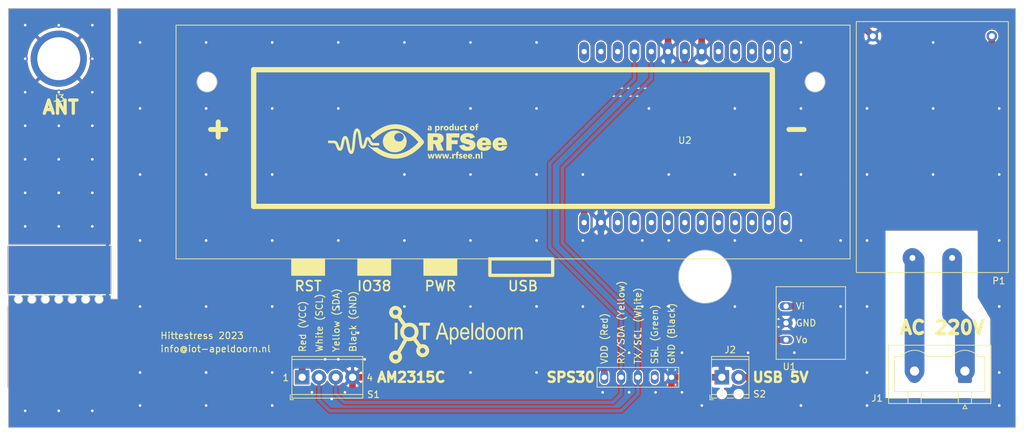
<source format=kicad_pcb>
(kicad_pcb (version 20221018) (generator pcbnew)
  (layers (0 "F.Cu" signal) (31 "B.Cu" signal) (34 "B.Paste" user) (35 "F.Paste" user) (36 "B.SilkS" user "B.Silkscreen") (37 "F.SilkS" user "F.Silkscreen") (38 "B.Mask" user) (39 "F.Mask" user) (44 "Edge.Cuts" user))
  (net 0 "")
  (net 1 "Net-(J1-Pin_1)")
  (net 2 "Net-(J1-Pin_2)")
  (net 3 "/5V_I")
  (net 4 "/GND")
  (net 5 "/3V3")
  (net 6 "/SCL")
  (net 7 "/SDA")
  (net 8 "/5V_SPS")
  (net 10 "/5V_U")
  (footprint "my-KiCad-library:LOGO_LogoRFSee_28x5-6mm" (layer "F.Cu") (at 140.66 55.72)
    (fp_text reference "G***" hide)
    (fp_text value "LOGO_LogoRFSee_28x5-6mm" hide)
  )
  (footprint "my-KiCad-library:SPS30" (layer "F.Cu") (at 173.99 91.44)
    (fp_text reference "S2" (at 18.415 2.54) (layer "F.SilkS"))
    (fp_text value "SPS30")
    (fp_text user "GND (Black)" (at 5.08 -1.905 90 unlocked) (layer "F.SilkS") (effects (justify left)))
    (fp_text user "SEL (Green)" (at 2.54 -1.905 90 unlocked) (layer "F.SilkS") (effects (justify left)))
    (fp_text user "VDD (Red)" (at -5.08 -1.905 90 unlocked) (layer "F.SilkS") (effects (justify left)))
    (fp_text user "RX/SDA (Yellow)" (at -2.54 -1.905 90 unlocked) (layer "F.SilkS") (effects (justify left)))
    (fp_text user "TX/SCL (White)" (at 0 -1.905 90 unlocked) (layer "F.SilkS") (effects (justify left)))
    (pad "1" thru_hole oval (at -5.08 0) (size 1.2 2) (drill 0.8) (layers "*.Cu" "*.Mask") (net 8 "/5V_SPS"))
    (pad "2" thru_hole oval (at -2.54 0) (size 1.2 2) (drill 0.8) (layers "*.Cu" "*.Mask") (net 7 "/SDA"))
    (pad "3" thru_hole oval (at 0 0) (size 1.2 2) (drill 0.8) (layers "*.Cu" "*.Mask") (net 6 "/SCL"))
    (pad "4" thru_hole oval (at 2.54 0) (size 1.2 2) (drill 0.8) (layers "*.Cu" "*.Mask"))
    (pad "5" thru_hole oval (at 5.08 0) (size 1.2 2) (drill 0.8) (layers "*.Cu" "*.Mask") (net 4 "/GND"))
  )
  (footprint "my-KiCad-library:AM2315C" (layer "F.Cu") (at 123.257 91.5075)
    (fp_text reference "S1" (at 10.728 2.54) (layer "F.SilkS"))
    (fp_text value "AM2315C")
    (fp_text user "1" (at -2.54 0 unlocked) (layer "F.SilkS"))
    (fp_text user "Red (VCC)" (at 0 -3.81 90 unlocked) (layer "F.SilkS") (effects (justify left)))
    (fp_text user "White (SCL)" (at 2.54 -3.81 90 unlocked) (layer "F.SilkS") (effects (justify left)))
    (fp_text user "4" (at 10.16 0 unlocked) (layer "F.SilkS"))
    (fp_text user "Yellow (SDA)" (at 5.08 -3.81 90 unlocked) (layer "F.SilkS") (effects (justify left)))
    (fp_text user "Black (GND)" (at 7.62 -3.81 90 unlocked) (layer "F.SilkS") (effects (justify left)))
    (pad "1" thru_hole rect (at -0.067 -0.0675) (size 2.2 2.2) (drill 1.1) (layers "*.Cu" "*.Mask") (net 5 "/3V3"))
    (pad "2" thru_hole circle (at 2.473 -0.0675) (size 2.2 2.2) (drill 1.1) (layers "*.Cu" "*.Mask") (net 6 "/SCL"))
    (pad "3" thru_hole circle (at 5.013 -0.0675) (size 2.2 2.2) (drill 1.1) (layers "*.Cu" "*.Mask") (net 7 "/SDA"))
    (pad "4" thru_hole circle (at 7.553 -0.0675) (size 2.2 2.2) (drill 1.1) (layers "*.Cu" "*.Mask") (net 4 "/GND"))
  )
  (footprint "Connector_Phoenix_GMSTB:PhoenixContact_GMSTBVA_2,5_2-G-7,62_1x02_P7.62mm_Vertical" (layer "F.Cu") (at 223.47 90.4975 180)
    (fp_text reference "J1" (at 13.285 -4.1175) (layer "F.SilkS"))
    (fp_text value "Conn_01x02_Socket")
    (pad "1" thru_hole roundrect (at 0 0 180) (size 2.1 3.6) (drill 1.4) (layers "*.Cu" "*.Mask") (roundrect_rratio 0.119048) (net 1 "Net-(J1-Pin_1)"))
    (pad "2" thru_hole oval (at 7.62 0 180) (size 2.1 3.6) (drill 1.4) (layers "*.Cu" "*.Mask") (net 2 "Net-(J1-Pin_2)"))
  )
  (footprint "my-KiCad-library:TerminalBlock_Phoenix_MPT-0,5-2-2.54_1x02_P2.54mm_Horizontal" (layer "F.Cu") (at 186.69 91.44)
    (fp_text reference "J2" (at 1.27 -4.16) (layer "F.SilkS"))
    (fp_text value "Conn_01x02_Socket")
    (pad "" np_thru_hole circle (at 0 2.54) (size 1.1 1.1) (drill 1.1) (layers "*.Cu" "*.Mask"))
    (pad "" np_thru_hole circle (at 2.54 2.54) (size 1.1 1.1) (drill 1.1) (layers "*.Cu" "*.Mask"))
    (pad "1" thru_hole rect (at 0 0) (size 2.2 2.2) (drill 1.1) (layers "*.Cu" "*.Mask") (net 4 "/GND"))
    (pad "2" thru_hole circle (at 2.54 0) (size 2.2 2.2) (drill 1.1) (layers "*.Cu" "*.Mask") (net 3 "/5V_I"))
  )
  (footprint "my-KiCad-library:HLK-5M05" (layer "F.Cu") (at 207.035 75.565 90)
    (fp_text reference "P1" (at -1.27 21.565 unlocked) (layer "F.SilkS"))
    (fp_text value "~")
    (pad "1" thru_hole circle (at 2.2 8.5 270) (size 1.6 1.6) (drill 0.9) (layers "*.Cu" "*.Mask") (net 2 "Net-(J1-Pin_2)"))
    (pad "2" thru_hole circle (at 2.2 14.5 270) (size 1.6 1.6) (drill 0.9) (layers "*.Cu" "*.Mask") (net 1 "Net-(J1-Pin_1)"))
    (pad "3" thru_hole circle (at 35.8 2.5 270) (size 1.6 1.6) (drill 0.9) (layers "*.Cu" "*.Mask") (net 4 "/GND"))
    (pad "4" thru_hole circle (at 35.8 20.5 270) (size 1.6 1.6) (drill 0.9) (layers "*.Cu" "*.Mask") (net 3 "/5V_I"))
  )
  (footprint "my-KiCad-library:MINIDCDCBOOST5V" (layer "F.Cu") (at 196.41 83.22)
    (fp_text reference "U1" (at 0.508 6.604) (layer "F.SilkS"))
    (fp_text value "MINIDCDCBOOST5V")
    (fp_text user "GND" (at 1.397 0 unlocked) (layer "F.SilkS") (effects (justify left)))
    (fp_text user "Vo" (at 1.397 2.54 unlocked) (layer "F.SilkS") (effects (justify left)))
    (fp_text user "Vi" (at 1.397 -2.54 unlocked) (layer "F.SilkS") (effects (justify left)))
    (pad "1" thru_hole oval (at 0 -2.54 270) (size 1.2 2) (drill 0.8) (layers "*.Cu" "*.Mask") (net 10 "/5V_U"))
    (pad "2" thru_hole oval (at 0 0 270) (size 1.2 2) (drill 0.8) (layers "*.Cu" "*.Mask") (net 4 "/GND"))
    (pad "3" thru_hole oval (at 0 2.54 270) (size 1.2 2) (drill 0.8) (layers "*.Cu" "*.Mask") (net 8 "/5V_SPS"))
  )
  (footprint "my-KiCad-library:SMA-ANT-CONN" (layer "F.Cu") (at 86.36 43.18)
    (fp_text reference "J3" (at 0 6) (layer "F.SilkS"))
    (fp_text value "SMA_conector_female")
    (pad "1" thru_hole circle (at 0 0) (size 8.5 8.5) (drill 6.5) (layers "*.Cu" "*.Mask") (net 4 "/GND"))
  )
  (footprint "my-KiCad-library:TTGO_T-Beam_T22_V1.1" (layer "F.Cu") (at 206.095 73.505 180)
    (fp_text reference "U2" (at 25 17.95 unlocked) (layer "F.SilkS"))
    (fp_text value "TTGO T-Beam T22 V1.1")
    (fp_text user "PWR" (at 62 -5 unlocked) (layer "F.SilkS") (effects (font (size 1.5 1.5) (thickness 0.25) bold) (justify bottom)))
    (fp_text user "USB" (at 49.5 -5 unlocked) (layer "F.SilkS") (effects (font (size 1.5 1.5) (thickness 0.25) bold) (justify bottom)))
    (fp_text user "RST" (at 82 -5 unlocked) (layer "F.SilkS") (effects (font (size 1.5 1.5) (thickness 0.25) bold) (justify bottom)))
    (fp_text user "IO38" (at 72 -5 unlocked) (layer "F.SilkS") (effects (font (size 1.5 1.5) (thickness 0.25) bold) (justify bottom)))
    (fp_text user "+" (at 93.26 21.15 180 unlocked) (layer "F.SilkS") (effects (font (size 3 3) (thickness 0.75) bold) (justify left bottom)))
    (fp_text user "-" (at 5.76 21.15 180 unlocked) (layer "F.SilkS") (effects (font (size 3 3) (thickness 0.75) bold) (justify left bottom)))
    (pad "1" thru_hole oval (at 9.76 5.5 180) (size 1.5 3) (drill 0.8) (layers "*.Cu" "*.Mask"))
    (pad "2" thru_hole oval (at 12.3 5.5 180) (size 1.5 3) (drill 0.8) (layers "*.Cu" "*.Mask"))
    (pad "3" thru_hole oval (at 14.84 5.5 180) (size 1.5 3) (drill 0.8) (layers "*.Cu" "*.Mask"))
    (pad "4" thru_hole oval (at 17.38 5.5 180) (size 1.5 3) (drill 0.8) (layers "*.Cu" "*.Mask"))
    (pad "5" thru_hole oval (at 19.92 5.5 180) (size 1.5 3) (drill 0.8) (layers "*.Cu" "*.Mask"))
    (pad "6" thru_hole oval (at 22.46 5.5 180) (size 1.5 3) (drill 0.8) (layers "*.Cu" "*.Mask"))
    (pad "7" thru_hole oval (at 25 5.5 180) (size 1.5 3) (drill 0.8) (layers "*.Cu" "*.Mask"))
    (pad "8" thru_hole oval (at 27.54 5.5 180) (size 1.5 3) (drill 0.8) (layers "*.Cu" "*.Mask"))
    (pad "9" thru_hole oval (at 30.08 5.5 180) (size 1.5 3) (drill 0.8) (layers "*.Cu" "*.Mask"))
    (pad "10" thru_hole oval (at 32.62 5.5 180) (size 1.5 3) (drill 0.8) (layers "*.Cu" "*.Mask"))
    (pad "11" thru_hole oval (at 35.16 5.5 180) (size 1.5 3) (drill 0.8) (layers "*.Cu" "*.Mask"))
    (pad "12" thru_hole oval (at 37.7 5.5 180) (size 1.5 3) (drill 0.8) (layers "*.Cu" "*.Mask") (net 4 "/GND"))
    (pad "13" thru_hole oval (at 40.24 5.5 180) (size 1.5 3) (drill 0.8) (layers "*.Cu" "*.Mask") (net 10 "/5V_U"))
    (pad "14" thru_hole oval (at 40.24 31.4 180) (size 1.5 3) (drill 0.8) (layers "*.Cu" "*.Mask"))
    (pad "15" thru_hole oval (at 37.7 31.4 180) (size 1.5 3) (drill 0.8) (layers "*.Cu" "*.Mask"))
    (pad "16" thru_hole oval (at 35.16 31.4 180) (size 1.5 3) (drill 0.8) (layers "*.Cu" "*.Mask"))
    (pad "17" thru_hole oval (at 32.62 31.4 180) (size 1.5 3) (drill 0.8) (layers "*.Cu" "*.Mask") (net 7 "/SDA"))
    (pad "18" thru_hole oval (at 30.08 31.4 180) (size 1.5 3) (drill 0.8) (layers "*.Cu" "*.Mask") (net 6 "/SCL"))
    (pad "19" thru_hole oval (at 27.54 31.4 180) (size 1.5 3) (drill 0.8) (layers "*.Cu" "*.Mask") (net 4 "/GND"))
    (pad "20" thru_hole oval (at 25 31.4 180) (size 1.5 3) (drill 0.8) (layers "*.Cu" "*.Mask") (net 5 "/3V3"))
    (pad "21" thru_hole oval (at 22.46 31.4 180) (size 1.5 3) (drill 0.8) (layers "*.Cu" "*.Mask") (net 4 "/GND"))
    (pad "22" thru_hole oval (at 19.92 31.4 180) (size 1.5 3) (drill 0.8) (layers "*.Cu" "*.Mask"))
    (pad "23" thru_hole oval (at 17.38 31.4 180) (size 1.5 3) (drill 0.8) (layers "*.Cu" "*.Mask"))
    (pad "24" thru_hole oval (at 14.84 31.4 180) (size 1.5 3) (drill 0.8) (layers "*.Cu" "*.Mask"))
    (pad "25" thru_hole oval (at 12.3 31.4 180) (size 1.5 3) (drill 0.8) (layers "*.Cu" "*.Mask"))
    (pad "26" thru_hole oval (at 9.76 31.4 180) (size 1.5 3) (drill 0.8) (layers "*.Cu" "*.Mask"))
  )
  (footprint "my-KiCad-library:IOT-Apeldoorn_Logo_22x9_6mm_silk" (layer "F.Cu") (at 146.05 85.09)
    (fp_text reference "G***" hide)
    (fp_text value "LOGO" hide)
  )
  (gr_rect (start 78.74 71.628) (end 94.24 78.74) (stroke (width 0.2)) (fill solid) (layer "F.Cu"))
  (gr_rect (start 78.74 80.772) (end 94.488 92.964) (stroke (width 0.2)) (fill solid) (layer "F.Cu"))
  (gr_rect (start 78.74 71.628) (end 94.24 78.74) (stroke (width 0.2)) (fill solid) (layer "B.Cu"))
  (gr_circle (center 82.296 79.629) (end 82.931 79.629) (stroke (width 0.1)) (fill none) (layer "Edge.Cuts"))
  (gr_circle (center 86.36 79.629) (end 86.995 79.629) (stroke (width 0.1)) (fill none) (layer "Edge.Cuts"))
  (gr_circle (center 80.264 79.629) (end 80.899 79.629) (stroke (width 0.1)) (fill none) (layer "Edge.Cuts"))
  (gr_line (start 95.24 35.56) (end 231.14 35.56) (stroke (width 0.1)) (layer "Edge.Cuts"))
  (gr_circle (center 200.79 46.71) (end 202.29 46.71) (stroke (width 0.1)) (fill none) (layer "Edge.Cuts"))
  (gr_circle (center 88.392 79.629) (end 89.027 79.629) (stroke (width 0.1)) (fill none) (layer "Edge.Cuts"))
  (gr_circle (center 92.456 79.629) (end 93.091 79.629) (stroke (width 0.1)) (fill none) (layer "Edge.Cuts"))
  (gr_line (start 231.14 35.56) (end 231.14 99.06) (stroke (width 0.1)) (layer "Edge.Cuts"))
  (gr_line (start 78.74 99.06) (end 231.14 99.06) (stroke (width 0.1)) (layer "Edge.Cuts"))
  (gr_line (start 78.74 35.56) (end 78.74 99.06) (stroke (width 0.1)) (layer "Edge.Cuts"))
  (gr_line (start 94.24 79.56) (end 95.24 79.56) (stroke (width 0.1)) (layer "Edge.Cuts"))
  (gr_circle (center 184.15 76.2) (end 188.15 76.2) (stroke (width 0.1)) (fill none) (layer "Edge.Cuts"))
  (gr_circle (center 108.79 46.71) (end 110.29 46.71) (stroke (width 0.1)) (fill none) (layer "Edge.Cuts"))
  (gr_circle (center 84.328 79.629) (end 84.963 79.629) (stroke (width 0.1)) (fill none) (layer "Edge.Cuts"))
  (gr_line (start 95.24 35.56) (end 95.24 79.56) (stroke (width 0.1)) (layer "Edge.Cuts"))
  (gr_line (start 94.24 35.56) (end 94.24 79.56) (stroke (width 0.1)) (layer "Edge.Cuts"))
  (gr_line (start 78.74 35.56) (end 94.24 35.56) (stroke (width 0.1)) (layer "Edge.Cuts"))
  (gr_circle (center 90.424 79.629) (end 91.059 79.629) (stroke (width 0.1)) (fill none) (layer "Edge.Cuts"))
  (gr_text "ANT" (at 83.66 51.72) (layer "F.SilkS") (effects (font (size 2 2) (thickness 0.5) bold) (justify left bottom)))
  (gr_text "info@iot-apeldoorn.nl" (at 101.66 87.72) (layer "F.SilkS") (effects (font (size 1 1)) (justify left bottom)))
  (gr_text "AC 220V" (at 213.36 85.09) (layer "F.SilkS") (effects (font (size 2 2) (thickness 0.5) bold) (justify left bottom)))
  (gr_text "Hittestress 2023" (at 101.66 85.72) (layer "F.SilkS") (effects (font (size 1 1)) (justify left bottom)))
  (gr_text "AM2315C" (at 139.7 91.44) (layer "F.SilkS") (effects (font (size 1.5 1.5) (thickness 0.375) bold)))
  (gr_text "SPS30" (at 163.83 91.44) (layer "F.SilkS") (effects (font (size 1.5 1.5) (thickness 0.375) bold)))
  (gr_text "USB 5V" (at 195.58 91.44) (layer "F.SilkS") (effects (font (size 1.5 1.5) (thickness 0.375) bold)))
  (segment (start 221.535 73.365) (end 221.535 81.835) (width 3) (layer "B.Cu") (net 1))
  (segment (start 223.47 83.77) (end 223.47 90.4975) (width 3) (layer "B.Cu") (net 1))
  (segment (start 221.535 81.835) (end 223.47 83.77) (width 3) (layer "B.Cu") (net 1))
  (segment (start 215.85 73.68) (end 215.535 73.365) (width 3) (layer "B.Cu") (net 2))
  (segment (start 215.85 90.4975) (end 215.85 73.68) (width 3) (layer "B.Cu") (net 2))
  (segment (start 198.12 91.44) (end 189.23 91.44) (width 1) (layer "F.Cu") (net 3))
  (segment (start 227.535 39.765) (end 227.535 46.785) (width 1) (layer "F.Cu") (net 3))
  (segment (start 227.535 46.785) (end 207.01 67.31) (width 1) (layer "F.Cu") (net 3))
  (segment (start 207.01 67.31) (end 207.01 82.55) (width 1) (layer "F.Cu") (net 3))
  (segment (start 207.01 82.55) (end 198.12 91.44) (width 1) (layer "F.Cu") (net 3))
  (segment (start 147.32 91.44) (end 152.4 96.52) (width 1) (layer "F.Cu") (net 4))
  (segment (start 186.69 91.44) (end 179.07 91.44) (width 1) (layer "F.Cu") (net 4))
  (segment (start 139.38 91.44) (end 147.32 91.44) (width 1) (layer "F.Cu") (net 4))
  (segment (start 178.555 39.885) (end 178.555 42.105) (width 1) (layer "F.Cu") (net 4))
  (segment (start 137.94 91.44) (end 138.66 90.72) (width 1) (layer "F.Cu") (net 4))
  (segment (start 184.15 38.1) (end 180.34 38.1) (width 1) (layer "F.Cu") (net 4))
  (segment (start 183.635 42.105) (end 183.635 38.615) (width 1) (layer "F.Cu") (net 4))
  (segment (start 177.8 96.52) (end 179.07 95.25) (width 1) (layer "F.Cu") (net 4))
  (segment (start 179.07 95.25) (end 179.07 91.44) (width 1) (layer "F.Cu") (net 4))
  (segment (start 152.4 96.52) (end 177.8 96.52) (width 1) (layer "F.Cu") (net 4))
  (segment (start 130.81 91.44) (end 137.94 91.44) (width 1) (layer "F.Cu") (net 4))
  (segment (start 183.635 38.615) (end 184.15 38.1) (width 1) (layer "F.Cu") (net 4))
  (segment (start 207.87 38.1) (end 184.15 38.1) (width 1) (layer "F.Cu") (net 4))
  (segment (start 209.535 39.765) (end 207.87 38.1) (width 1) (layer "F.Cu") (net 4))
  (segment (start 138.66 90.72) (end 139.38 91.44) (width 1) (layer "F.Cu") (net 4))
  (segment (start 130.81 91.44) (end 130.81 93.218) (width 1) (layer "F.Cu") (net 4))
  (segment (start 180.34 38.1) (end 178.555 39.885) (width 1) (layer "F.Cu") (net 4))
  (via (at 98.66 90.72) (size 0.8) (drill 0.4) (layers "F.Cu" "B.Cu") (net 4))
  (via (at 98.66 50.72) (size 0.8) (drill 0.4) (layers "F.Cu" "B.Cu") (net 4))
  (via (at 218.66 50.72) (size 0.8) (drill 0.4) (layers "F.Cu" "B.Cu") (net 4))
  (via (at 178.66 70.72) (size 0.8) (drill 0.4) (layers "F.Cu" "B.Cu") (net 4))
  (via (at 180.66 87.72) (size 0.8) (drill 0.4) (layers "F.Cu" "B.Cu") (net 4))
  (via (at 188.66 70.72) (size 0.8) (drill 0.4) (layers "F.Cu" "B.Cu") (net 4))
  (via (at 158.66 50.72) (size 0.8) (drill 0.4) (layers "F.Cu" "B.Cu") (net 4))
  (via (at 148.66 60.72) (size 0.8) (drill 0.4) (layers "F.Cu" "B.Cu") (net 4))
  (via (at 86.36 53.34) (size 0.8) (drill 0.4) (layers "F.Cu" "B.Cu") (net 4))
  (via (at 178.66 80.72) (size 0.8) (drill 0.4) (layers "F.Cu" "B.Cu") (net 4))
  (via (at 198.66 95.72) (size 0.8) (drill 0.4) (layers "F.Cu" "B.Cu") (net 4))
  (via (at 81.28 38.1) (size 0.8) (drill 0.4) (layers "F.Cu" "B.Cu") (net 4))
  (via (at 128.66 88.72) (size 0.8) (drill 0.4) (layers "F.Cu" "B.Cu") (net 4))
  (via (at 108.66 70.72) (size 0.8) (drill 0.4) (layers "F.Cu" "B.Cu") (net 4))
  (via (at 188.66 50.72) (size 0.8) (drill 0.4) (layers "F.Cu" "B.Cu") (net 4))
  (via (at 108.66 60.72) (size 0.8) (drill 0.4) (layers "F.Cu" "B.Cu") (net 4))
  (via (at 208.66 70.72) (size 0.8) (drill 0.4) (layers "F.Cu" "B.Cu") (net 4))
  (via (at 86.36 58.42) (size 0.8) (drill 0.4) (layers "F.Cu" "B.Cu") (net 4))
  (via (at 148.66 90.72) (size 0.8) (drill 0.4) (layers "F.Cu" "B.Cu") (net 4))
  (via (at 228.66 60.72) (size 0.8) (drill 0.4) (layers "F.Cu" "B.Cu") (net 4))
  (via (at 98.66 60.72) (size 0.8) (drill 0.4) (layers "F.Cu" "B.Cu") (net 4))
  (via (at 98.66 95.72) (size 0.8) (drill 0.4) (layers "F.Cu" "B.Cu") (net 4))
  (via (at 165.66 80.72) (size 0.8) (drill 0.4) (layers "F.Cu" "B.Cu") (net 4))
  (via (at 218.66 40.72) (size 0.8) (drill 0.4) (layers "F.Cu" "B.Cu") (net 4))
  (via (at 180.66 93.72) (size 0.8) (drill 0.4) (layers "F.Cu" "B.Cu") (net 4))
  (via (at 98.66 40.72) (size 0.8) (drill 0.4) (layers "F.Cu" "B.Cu") (net 4))
  (via (at 81.28 68.58) (size 0.8) (drill 0.4) (layers "F.Cu" "B.Cu") (net 4))
  (via (at 128.66 70.72) (size 0.8) (drill 0.4) (layers "F.Cu" "B.Cu") (net 4))
  (via (at 188.66 80.72) (size 0.8) (drill 0.4) (layers "F.Cu" "B.Cu") (net 4))
  (via (at 228.66 80.72) (size 0.8) (drill 0.4) (layers "F.Cu" "B.Cu") (net 4))
  (via (at 208.66 80.72) (size 0.8) (drill 0.4) (layers "F.Cu" "B.Cu") (net 4))
  (via (at 228.66 95.72) (size 0.8) (drill 0.4) (layers "F.Cu" "B.Cu") (net 4))
  (via (at 118.66 95.72) (size 0.8) (drill 0.4) (layers "F.Cu" "B.Cu") (net 4))
  (via (at 148.66 50.72) (size 0.8) (drill 0.4) (layers "F.Cu" "B.Cu") (net 4))
  (via (at 128.66 40.72) (size 0.8) (drill 0.4) (layers "F.Cu" "B.Cu") (net 4))
  (via (at 81.28 43.18) (size 0.8) (drill 0.4) (layers "F.Cu" "B.Cu") (net 4))
  (via (at 108.66 95.72) (size 0.8) (drill 0.4) (layers "F.Cu" "B.Cu") (net 4))
  (via (at 204.66 70.72) (size 0.8) (drill 0.4) (layers "F.Cu" "B.Cu") (net 4))
  (via (at 81.28 48.26) (size 0.8) (drill 0.4) (layers "F.Cu" "B.Cu") (net 4))
  (via (at 128.66 80.72) (size 0.8) (drill 0.4) (layers "F.Cu" "B.Cu") (net 4))
  (via (at 165.66 60.72) (size 0.8) (drill 0.4) (layers "F.Cu" "B.Cu") (net 4))
  (via (at 129.66 93.72) (size 0.8) (drill 0.4) (layers "F.Cu" "B.Cu") (net 4))
  (via (at 127.66 94.72) (size 0.8) (drill 0.4) (layers "F.Cu" "B.Cu") (net 4))
  (via (at 86.36 38.1) (size 0.8) (drill 0.4) (layers "F.Cu" "B.Cu") (net 4))
  (via (at 198.66 50.72) (size 0.8) (drill 0.4) (layers "F.Cu" "B.Cu") (net 4))
  (via (at 126.66 88.72) (size 0.8) (drill 0.4) (layers "F.Cu" "B.Cu") (net 4))
  (via (at 118.66 70.72) (size 0.8) (drill 0.4) (layers "F.Cu" "B.Cu") (net 4))
  (via (at 174.66 80.72) (size 0.8) (drill 0.4) (layers "F.Cu" "B.Cu") (net 4))
  (via (at 197.66 87.72) (size 0.8) (drill 0.4) (layers "F.Cu" "B.Cu") (net 4))
  (via (at 81.28 63.5) (size 0.8) (drill 0.4) (layers "F.Cu" "B.Cu") (net 4))
  (via (at 208.66 50.72) (size 0.8) (drill 0.4) (layers "F.Cu" "B.Cu") (net 4))
  (via (at 118.66 60.72) (size 0.8) (drill 0.4) (layers "F.Cu" "B.Cu") (net 4))
  (via (at 158.66 90.72) (size 0.8) (drill 0.4) (layers "F.Cu" "B.Cu") (net 4))
  (via (at 172.66 93.72) (size 0.8) (drill 0.4) (layers "F.Cu" "B.Cu") (net 4))
  (via (at 118.66 80.72) (size 0.8) (drill 0.4) (layers "F.Cu" "B.Cu") (net 4))
  (via (at 91.44 48.26) (size 0.8) (drill 0.4) (layers "F.Cu" "B.Cu") (net 4))
  (via (at 91.44 63.5) (size 0.8) (drill 0.4) (layers "F.Cu" "B.Cu") (net 4))
  (via (at 138.66 70.72) (size 0.8) (drill 0.4) (layers "F.Cu" "B.Cu") (net 4))
  (via (at 118.66 40.72) (size 0.8) (drill 0.4) (layers "F.Cu" "B.Cu") (net 4))
  (via (at 91.44 96.52) (size 0.8) (drill 0.4) (layers "F.Cu" "B.Cu") (net 4))
  (via (at 132.66 88.72) (size 0.8) (drill 0.4) (layers "F.Cu" "B.Cu") (net 4))
  (via (at 176.66 93.72) (size 0.8) (drill 0.4) (layers "F.Cu" "B.Cu") (net 4))
  (via (at 91.44 53.34) (size 0.8) (drill 0.4) (layers "F.Cu" "B.Cu") (net 4))
  (via (at 81.28 58.42) (size 0.8) (drill 0.4) (layers "F.Cu" "B.Cu") (net 4))
  (via (at 198.66 70.72) (size 0.8) (drill 0.4) (layers "F.Cu" "B.Cu") (net 4))
  (via (at 208.66 60.72) (size 0.8) (drill 0.4) (layers "F.Cu" "B.Cu") (net 4))
  (via (at 128.66 50.72) (size 0.8) (drill 0.4) (layers "F.Cu" "B.Cu") (net 4))
  (via (at 118.66 50.72) (size 0.8) (drill 0.4) (layers "F.Cu" "B.Cu") (net 4))
  (via (at 91.44 58.42) (size 0.8) (drill 0.4) (layers "F.Cu" "B.Cu") (net 4))
  (via (at 218.66 60.72) (size 0.8) (drill 0.4) (layers "F.Cu" "B.Cu") (net 4))
  (via (at 86.36 68.58) (size 0.8) (drill 0.4) (layers "F.Cu" "B.Cu") (net 4))
  (via (at 228.66 90.72) (size 0.8) (drill 0.4) (layers "F.Cu" "B.Cu") (net 4))
  (via (at 158.66 70.72) (size 0.8) (drill 0.4) (layers "F.Cu" "B.Cu") (net 4))
  (via (at 158.66 40.72) (size 0.8) (drill 0.4) (layers "F.Cu" "B.Cu") (net 4))
  (via (at 165.66 90.72) (size 0.8) (drill 0.4) (layers "F.Cu" "B.Cu") (net 4))
  (via (at 178.66 60.72) (size 0.8) (drill 0.4) (layers "F.Cu" "B.Cu") (net 4))
  (via (at 204.66 80.72) (size 0.8) (drill 0.4) (layers "F.Cu" "B.Cu") (net 4))
  (via (at 81.28 53.34) (size 0.8) (drill 0.4) (layers "F.Cu" "B.Cu") (net 4))
  (via (at 91.44 68.58) (size 0.8) (drill 0.4) (layers "F.Cu" "B.Cu") (net 4))
  (via (at 108.66 90.72) (size 0.8) (drill 0.4) (layers "F.Cu" "B.Cu") (net 4))
  (via (at 138.66 40.72) (size 0.8) (drill 0.4) (layers "F.Cu" "B.Cu") (net 4))
  (via (at 172.66 87.72) (size 0.8) (drill 0.4) (layers "F.Cu" "B.Cu") (net 4))
  (via (at 208.66 90.72) (size 0.8) (drill 0.4) (layers "F.Cu" "B.Cu") (net 4))
  (via (at 148.66 40.72) (size 0.8) (drill 0.4) (layers "F.Cu" "B.Cu") (net 4))
  (via (at 228.66 70.72) (size 0.8) (drill 0.4) (layers "F.Cu" "B.Cu") (net 4))
  (via (at 108.66 80.72) (size 0.8) (drill 0.4) (layers "F.Cu" "B.Cu") (net 4))
  (via (at 138.66 60.72) (size 0.8) (drill 0.4) (layers "F.Cu" "B.Cu") (net 4))
  (via (at 118.66 90.72) (size 0.8) (drill 0.4) (layers "F.Cu" "B.Cu") (net 4))
  (via (at 148.66 70.72) (size 0.8) (drill 0.4) (layers "F.Cu" "B.Cu") (net 4))
  (via (at 183.66 95.72) (size 0.8) (drill 0.4) (layers "F.Cu" "B.Cu") (net 4))
  (via (at 168.66 93.72) (size 0.8) (drill 0.4) (layers "F.Cu" "B.Cu") (net 4))
  (via (at 176.66 87.72) (size 0.8) (drill 0.4) (layers "F.Cu" "B.Cu") (net 4))
  (via (at 190.66 87.72) (size 0.8) (drill 0.4) (layers "F.Cu" "B.Cu") (net 4))
  (via (at 208.66 95.72) (size 0.8) (drill 0.4) (layers "F.Cu" "B.Cu") (net 4))
  (via (at 228.66 50.72) (size 0.8) (drill 0.4) (layers "F.Cu" "B.Cu") (net 4))
  (via (at 91.44 43.18) (size 0.8) (drill 0.4) (layers "F.Cu" "B.Cu") (net 4))
  (via (at 86.36 96.52) (size 0.8) (drill 0.4) (layers "F.Cu" "B.Cu") (net 4))
  (via (at 174.66 70.72) (size 0.8) (drill 0.4) (layers "F.Cu" "B.Cu") (net 4))
  (via (at 138.66 90.72) (size 0.8) (drill 0.4) (layers "F.Cu" "B.Cu") (net 4))
  (via (at 86.36 63.5) (size 0.8) (drill 0.4) (layers "F.Cu" "B.Cu") (net 4))
  (via (at 158.66 60.72) (size 0.8) (drill 0.4) (layers "F.Cu" "B.Cu") (net 4))
  (via (at 148.66 80.72) (size 0.8) (drill 0.4) (layers "F.Cu" "B.Cu") (net 4))
  (via (at 98.66 80.72) (size 0.8) (drill 0.4) (layers "F.Cu" "B.Cu") (net 4))
  (via (at 91.44 38.1) (size 0.8) (drill 0.4) (layers "F.Cu" "B.Cu") (net 4))
  (via (at 108.66 50.72) (size 0.8) (drill 0.4) (layers "F.Cu" "B.Cu") (net 4))
  (via (at 81.28 96.52) (size 0.8) (drill 0.4) (layers "F.Cu" "B.Cu") (net 4))
  (via (at 165.66 70.72) (size 0.8) (drill 0.4) (layers "F.Cu" "B.Cu") (net 4))
  (via (at 131.66 84.72) (size 0.8) (drill 0.4) (layers "F.Cu" "B.Cu") (net 4))
  (via (at 175.66 50.72) (size 0.8) (drill 0.4) (layers "F.Cu" "B.Cu") (net 4))
  (via (at 188.66 60.72) (size 0.8) (drill 0.4) (layers "F.Cu" "B.Cu") (net 4))
  (via (at 138.66 80.72) (size 0.8) (drill 0.4) (layers "F.Cu" "B.Cu") (net 4))
  (via (at 98.66 70.72) (size 0.8) (drill 0.4) (layers "F.Cu" "B.Cu") (net 4))
  (via (at 108.66 40.72) (size 0.8) (drill 0.4) (layers "F.Cu" "B.Cu") (net 4))
  (via (at 198.66 60.72) (size 0.8) (drill 0.4) (layers "F.Cu" "B.Cu") (net 4))
  (via (at 198.66 40.72) (size 0.8) (drill 0.4) (layers "F.Cu" "B.Cu") (net 4))
  (via (at 86.36 48.26) (size 0.8) (drill 0.4) (layers "F.Cu" "B.Cu") (net 4))
  (via (at 158.66 80.72) (size 0.8) (drill 0.4) (layers "F.Cu" "B.Cu") (net 4))
  (via (at 124.66 93.72) (size 0.8) (drill 0.4) (layers "F.Cu" "B.Cu") (net 4))
  (segment (start 168.395 68.005) (end 168.395 71.875) (width 1) (layer "B.Cu") (net 4))
  (segment (start 179.07 82.55) (end 179.07 91.44) (width 1) (layer "B.Cu") (net 4))
  (segment (start 178.555 42.105) (end 178.555 50.045) (width 1) (layer "B.Cu") (net 4))
  (segment (start 93.726 79.753107) (end 93.726 50.546) (width 0.5) (layer "B.Cu") (net 4))
  (segment (start 186.69 91.44) (end 186.69 87.63) (width 1) (layer "B.Cu") (net 4))
  (segment (start 186.69 87.63) (end 191.1 83.22) (width 1) (layer "B.Cu") (net 4))
  (segment (start 178.555 50.045) (end 168.395 60.205) (width 1) (layer "B.Cu") (net 4))
  (segment (start 130.81 91.44) (end 130.81 87.884) (width 0.5) (layer "B.Cu") (net 4))
  (segment (start 126.746 83.82) (end 97.792893 83.82) (width 0.5) (layer "B.Cu") (net 4))
  (segment (start 130.81 87.884) (end 126.746 83.82) (width 0.5) (layer "B.Cu") (net 4))
  (segment (start 191.1 83.22) (end 196.41 83.22) (width 1) (layer "B.Cu") (net 4))
  (segment (start 168.395 60.205) (end 168.395 68.005) (width 1) (layer "B.Cu") (net 4))
  (segment (start 168.395 71.875) (end 179.07 82.55) (width 1) (layer "B.Cu") (net 4))
  (segment (start 93.726 50.546) (end 91.44 48.26) (width 0.5) (layer "B.Cu") (net 4))
  (segment (start 91.44 48.26) (end 86.36 43.18) (width 0.5) (layer "B.Cu") (net 4))
  (segment (start 97.792893 83.82) (end 93.726 79.753107) (width 0.5) (layer "B.Cu") (net 4))
  (segment (start 179.07 48.26) (end 139.7 48.26) (width 1) (layer "F.Cu") (net 5))
  (segment (start 123.19 64.77) (end 123.19 91.44) (width 1) (layer "F.Cu") (net 5))
  (segment (start 181.095 46.235) (end 179.07 48.26) (width 1) (layer "F.Cu") (net 5))
  (segment (start 139.7 48.26) (end 123.19 64.77) (width 1) (layer "F.Cu") (net 5))
  (segment (start 181.095 42.105) (end 181.095 46.235) (width 1) (layer "F.Cu") (net 5))
  (segment (start 173.99 93.98) (end 173.99 91.44) (width 0.5) (layer "B.Cu") (net 6))
  (segment (start 171.45 96.52) (end 173.99 93.98) (width 0.5) (layer "B.Cu") (net 6))
  (segment (start 162.56 59.69) (end 162.56 71.12) (width 0.5) (layer "B.Cu") (net 6))
  (segment (start 125.73 94.885) (end 127.365 96.52) (width 0.5) (layer "B.Cu") (net 6))
  (segment (start 125.73 91.44) (end 125.73 94.885) (width 0.5) (layer "B.Cu") (net 6))
  (segment (start 176.015 46.235) (end 162.56 59.69) (width 0.5) (layer "B.Cu") (net 6))
  (segment (start 176.015 42.105) (end 176.015 46.235) (width 0.5) (layer "B.Cu") (net 6))
  (segment (start 127.365 96.52) (end 171.45 96.52) (width 0.5) (layer "B.Cu") (net 6))
  (segment (start 162.56 71.12) (end 173.99 82.55) (width 0.5) (layer "B.Cu") (net 6))
  (segment (start 173.99 82.55) (end 173.99 91.44) (width 0.5) (layer "B.Cu") (net 6))
  (segment (start 160.655 71.755) (end 171.45 82.55) (width 0.5) (layer "B.Cu") (net 7))
  (segment (start 171.45 82.55) (end 171.45 91.44) (width 0.5) (layer "B.Cu") (net 7))
  (segment (start 171.45 91.44) (end 171.45 93.98) (width 0.5) (layer "B.Cu") (net 7))
  (segment (start 173.475 46.235) (end 160.655 59.055) (width 0.5) (layer "B.Cu") (net 7))
  (segment (start 128.27 93.98) (end 128.27 91.44) (width 0.5) (layer "B.Cu") (net 7))
  (segment (start 170.18 95.25) (end 129.54 95.25) (width 0.5) (layer "B.Cu") (net 7))
  (segment (start 171.45 93.98) (end 170.18 95.25) (width 0.5) (layer "B.Cu") (net 7))
  (segment (start 160.655 59.055) (end 160.655 71.755) (width 0.5) (layer "B.Cu") (net 7))
  (segment (start 129.54 95.25) (end 128.27 93.98) (width 0.5) (layer "B.Cu") (net 7))
  (segment (start 173.475 42.105) (end 173.475 46.235) (width 0.5) (layer "B.Cu") (net 7))
  (segment (start 170.78 85.76) (end 168.91 87.63) (width 1) (layer "F.Cu") (net 8))
  (segment (start 196.41 85.76) (end 170.78 85.76) (width 1) (layer "F.Cu") (net 8))
  (segment (start 168.91 87.63) (end 168.91 91.44) (width 1) (layer "F.Cu") (net 8))
  (segment (start 201.93 77.47) (end 198.72 80.68) (width 1) (layer "F.Cu") (net 10))
  (segment (start 165.855 65.285) (end 167.64 63.5) (width 1) (layer "F.Cu") (net 10))
  (segment (start 198.12 63.5) (end 201.93 67.31) (width 1) (layer "F.Cu") (net 10))
  (segment (start 201.93 67.31) (end 201.93 77.47) (width 1) (layer "F.Cu") (net 10))
  (segment (start 198.72 80.68) (end 196.41 80.68) (width 1) (layer "F.Cu") (net 10))
  (segment (start 165.855 68.005) (end 165.855 65.285) (width 1) (layer "F.Cu") (net 10))
  (segment (start 167.64 63.5) (end 198.12 63.5) (width 1) (layer "F.Cu") (net 10))
  (zone (net 4) (net_name "/GND") (layers "F&B.Cu") (connect_pads (clearance 0)) (min_thickness 0.25) (fill yes (thermal_gap 0.5) (thermal_bridge_width 0.5))
    (polygon (pts (xy 77.47 34.29) (xy 232.41 34.29) (xy 232.41 100.33) (xy 77.47 100.33)))
  )
  (zone (net 0) (net_name "") (layers "F&B.Cu" "Edge.Cuts") (name "AC") (connect_pads (clearance 0)) (min_thickness 0.25)
    (keepout (tracks allowed) (vias not_allowed) (pads not_allowed) (copperpour not_allowed) (footprints allowed))
    (fill (thermal_gap 0.5) (thermal_bridge_width 0.5))
    (polygon (pts (xy 211.455 69.215) (xy 225.425 69.215) (xy 225.425 79.375) (xy 227.33 82.55) (xy 227.33 94.615) (xy 211.455 94.615)))
  )
)
</source>
